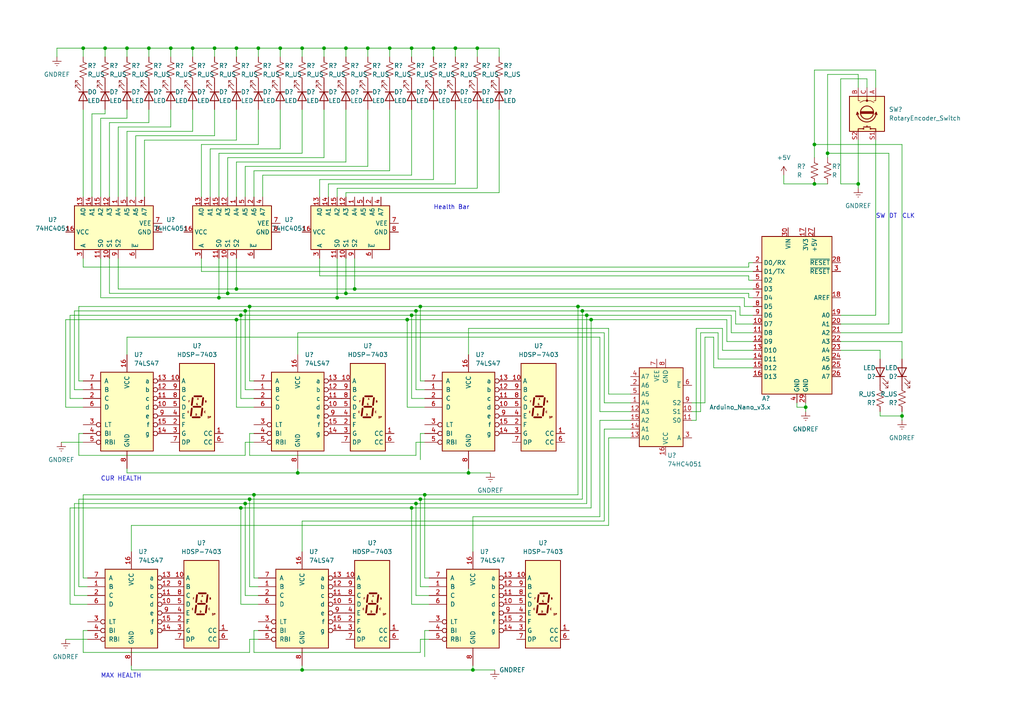
<source format=kicad_sch>
(kicad_sch (version 20211123) (generator eeschema)
  (paper "A4")
  (lib_symbols
    (symbol "74xx:74HC4051"
      (property "Reference" "U" (at -5.08 11.43 0))
      (property "Value" "74HC4051" (at -7.62 -13.97 0))
      (symbol "74HC4051_0_1"
        (rectangle (start -5.08 10.16) (end 7.62 -12.7) (stroke (width 0.254)) (fill (type background)))
      )
      (symbol "74HC4051_1_1"
        (pin passive line (at 10.16 -2.54 180) (length 2.54) (name "A4") (number "1"))
        (pin input line (at -7.62 0 0) (length 2.54) (name "S1") (number "10"))
        (pin input line (at -7.62 2.54 0) (length 2.54) (name "S0") (number "11"))
        (pin passive line (at 10.16 0 180) (length 2.54) (name "A3") (number "12"))
        (pin passive line (at 10.16 7.62 180) (length 2.54) (name "A0") (number "13"))
        (pin passive line (at 10.16 5.08 180) (length 2.54) (name "A1") (number "14"))
        (pin passive line (at 10.16 2.54 180) (length 2.54) (name "A2") (number "15"))
        (pin power_in line (at 0 12.7 270) (length 2.54) (name "VCC") (number "16"))
        (pin passive line (at 10.16 -7.62 180) (length 2.54) (name "A6") (number "2"))
        (pin passive line (at -7.62 7.62 0) (length 2.54) (name "A") (number "3"))
        (pin passive line (at 10.16 -10.16 180) (length 2.54) (name "A7") (number "4"))
        (pin passive line (at 10.16 -5.08 180) (length 2.54) (name "A5") (number "5"))
        (pin input line (at -7.62 -7.62 0) (length 2.54) (name "~{E}") (number "6"))
        (pin power_in line (at 2.54 -15.24 90) (length 2.54) (name "VEE") (number "7"))
        (pin power_in line (at 0 -15.24 90) (length 2.54) (name "GND") (number "8"))
        (pin input line (at -7.62 -2.54 0) (length 2.54) (name "S2") (number "9"))
      )
    )
    (symbol "74xx:74LS47" (pin_names (offset 1.016))
      (property "Reference" "U" (at -7.62 11.43 0))
      (property "Value" "74LS47" (at -7.62 -13.97 0))
      (symbol "74LS47_1_0"
        (pin input line (at -12.7 5.08 0) (length 5.08) (name "B") (number "1"))
        (pin open_collector inverted (at 12.7 0 180) (length 5.08) (name "d") (number "10"))
        (pin open_collector inverted (at 12.7 2.54 180) (length 5.08) (name "c") (number "11"))
        (pin open_collector inverted (at 12.7 5.08 180) (length 5.08) (name "b") (number "12"))
        (pin open_collector inverted (at 12.7 7.62 180) (length 5.08) (name "a") (number "13"))
        (pin open_collector inverted (at 12.7 -7.62 180) (length 5.08) (name "g") (number "14"))
        (pin open_collector inverted (at 12.7 -5.08 180) (length 5.08) (name "f") (number "15"))
        (pin power_in line (at 0 15.24 270) (length 5.08) (name "VCC") (number "16"))
        (pin input line (at -12.7 2.54 0) (length 5.08) (name "C") (number "2"))
        (pin input inverted (at -12.7 -5.08 0) (length 5.08) (name "LT") (number "3"))
        (pin input inverted (at -12.7 -7.62 0) (length 5.08) (name "BI") (number "4"))
        (pin input inverted (at -12.7 -10.16 0) (length 5.08) (name "RBI") (number "5"))
        (pin input line (at -12.7 0 0) (length 5.08) (name "D") (number "6"))
        (pin input line (at -12.7 7.62 0) (length 5.08) (name "A") (number "7"))
        (pin power_in line (at 0 -17.78 90) (length 5.08) (name "GND") (number "8"))
        (pin open_collector inverted (at 12.7 -2.54 180) (length 5.08) (name "e") (number "9"))
      )
      (symbol "74LS47_1_1"
        (rectangle (start -7.62 10.16) (end 7.62 -12.7) (stroke (width 0.254)) (fill (type background)))
      )
    )
    (symbol "Device:LED" (pin_numbers hide) (pin_names (offset 1.016) hide)
      (property "Reference" "D" (at 0 2.54 0))
      (property "Value" "LED" (at 0 -2.54 0))
      (symbol "LED_0_1"
        (polyline (pts (xy -1.27 -1.27) (xy -1.27 1.27)) (stroke (width 0.254)))
        (polyline (pts (xy -1.27 0) (xy 1.27 0)))
        (polyline (pts (xy 1.27 -1.27) (xy 1.27 1.27) (xy -1.27 0) (xy 1.27 -1.27)) (stroke (width 0.254)))
        (polyline (pts (xy -3.048 -0.762) (xy -4.572 -2.286) (xy -3.81 -2.286) (xy -4.572 -2.286) (xy -4.572 -1.524)))
        (polyline (pts (xy -1.778 -0.762) (xy -3.302 -2.286) (xy -2.54 -2.286) (xy -3.302 -2.286) (xy -3.302 -1.524)))
      )
      (symbol "LED_1_1"
        (pin passive line (at -3.81 0 0) (length 2.54) (name "K") (number "1"))
        (pin passive line (at 3.81 0 180) (length 2.54) (name "A") (number "2"))
      )
    )
    (symbol "Device:R_US" (pin_numbers hide) (pin_names (offset 0))
      (property "Reference" "R" (at 2.54 0 90))
      (property "Value" "R_US" (at -2.54 0 90))
      (symbol "R_US_0_1"
        (polyline (pts (xy 0 -2.286) (xy 0 -2.54)))
        (polyline (pts (xy 0 2.286) (xy 0 2.54)))
        (polyline (pts (xy 0 -0.762) (xy 1.016 -1.143) (xy 0 -1.524) (xy -1.016 -1.905) (xy 0 -2.286)))
        (polyline (pts (xy 0 0.762) (xy 1.016 0.381) (xy 0 0) (xy -1.016 -0.381) (xy 0 -0.762)))
        (polyline (pts (xy 0 2.286) (xy 1.016 1.905) (xy 0 1.524) (xy -1.016 1.143) (xy 0 0.762)))
      )
      (symbol "R_US_1_1"
        (pin passive line (at 0 3.81 270) (length 1.27) (name "~") (number "1"))
        (pin passive line (at 0 -3.81 90) (length 1.27) (name "~") (number "2"))
      )
    )
    (symbol "Device:RotaryEncoder_Switch" (pin_names (offset 0.254) hide)
      (property "Reference" "SW" (at 0 6.604 0))
      (property "Value" "RotaryEncoder_Switch" (at 0 -6.604 0))
      (symbol "RotaryEncoder_Switch_0_1"
        (rectangle (start -5.08 5.08) (end 5.08 -5.08) (stroke (width 0.254)) (fill (type background)))
        (circle (center -3.81 0) (radius 0.254) (fill (type outline)))
        (arc (start -0.381 -2.794) (mid 2.3622 -0.0508) (end -0.381 2.667) (stroke (width 0.254)))
        (circle (center -0.381 0) (radius 1.905) (stroke (width 0.254)))
        (polyline (pts (xy -0.635 -1.778) (xy -0.635 1.778)) (stroke (width 0.254)))
        (polyline (pts (xy -0.381 -1.778) (xy -0.381 1.778)) (stroke (width 0.254)))
        (polyline (pts (xy -0.127 1.778) (xy -0.127 -1.778)) (stroke (width 0.254)))
        (polyline (pts (xy 3.81 0) (xy 3.429 0)) (stroke (width 0.254)))
        (polyline (pts (xy 3.81 1.016) (xy 3.81 -1.016)) (stroke (width 0.254)))
        (polyline (pts (xy -5.08 -2.54) (xy -3.81 -2.54) (xy -3.81 -2.032)))
        (polyline (pts (xy -5.08 2.54) (xy -3.81 2.54) (xy -3.81 2.032)))
        (polyline (pts (xy 0.254 -3.048) (xy -0.508 -2.794) (xy 0.127 -2.413)) (stroke (width 0.254)))
        (polyline (pts (xy 0.254 2.921) (xy -0.508 2.667) (xy 0.127 2.286)) (stroke (width 0.254)))
        (polyline (pts (xy 5.08 -2.54) (xy 4.318 -2.54) (xy 4.318 -1.016)) (stroke (width 0.254)))
        (polyline (pts (xy 5.08 2.54) (xy 4.318 2.54) (xy 4.318 1.016)) (stroke (width 0.254)))
        (polyline (pts (xy -5.08 0) (xy -3.81 0) (xy -3.81 -1.016) (xy -3.302 -2.032)))
        (polyline (pts (xy -4.318 0) (xy -3.81 0) (xy -3.81 1.016) (xy -3.302 2.032)))
        (circle (center 4.318 -1.016) (radius 0.127) (stroke (width 0.254)))
        (circle (center 4.318 1.016) (radius 0.127) (stroke (width 0.254)))
      )
      (symbol "RotaryEncoder_Switch_1_1"
        (pin passive line (at -7.62 2.54 0) (length 2.54) (name "A") (number "A"))
        (pin passive line (at -7.62 -2.54 0) (length 2.54) (name "B") (number "B"))
        (pin passive line (at -7.62 0 0) (length 2.54) (name "C") (number "C"))
        (pin passive line (at 7.62 2.54 180) (length 2.54) (name "S1") (number "S1"))
        (pin passive line (at 7.62 -2.54 180) (length 2.54) (name "S2") (number "S2"))
      )
    )
    (symbol "Display_Character:HDSP-7403"
      (property "Reference" "U" (at -3.81 13.97 0))
      (property "Value" "HDSP-7403" (at 6.35 13.97 0))
      (symbol "HDSP-7403_1_0"
        (text "A" (at 0.254 2.413 0) (effects (font (size 0.508 0.508))))
        (text "B" (at 2.54 1.651 0) (effects (font (size 0.508 0.508))))
        (text "C" (at 2.286 -1.397 0) (effects (font (size 0.508 0.508))))
        (text "D" (at -0.254 -2.159 0) (effects (font (size 0.508 0.508))))
        (text "DP" (at 3.556 -2.921 0) (effects (font (size 0.508 0.508))))
        (text "E" (at -2.54 -1.397 0) (effects (font (size 0.508 0.508))))
        (text "F" (at -2.286 1.651 0) (effects (font (size 0.508 0.508))))
        (text "G" (at 0 0.889 0) (effects (font (size 0.508 0.508))))
      )
      (symbol "HDSP-7403_1_1"
        (rectangle (start -5.08 12.7) (end 5.08 -12.7) (stroke (width 0.254)) (fill (type background)))
        (polyline (pts (xy -1.524 -0.381) (xy -1.778 -2.413)) (stroke (width 0.508)))
        (polyline (pts (xy -1.27 -2.921) (xy 0.762 -2.921)) (stroke (width 0.508)))
        (polyline (pts (xy -1.27 2.667) (xy -1.524 0.635)) (stroke (width 0.508)))
        (polyline (pts (xy -1.016 0.127) (xy 1.016 0.127)) (stroke (width 0.508)))
        (polyline (pts (xy -0.762 3.175) (xy 1.27 3.175)) (stroke (width 0.508)))
        (polyline (pts (xy 1.524 -0.381) (xy 1.27 -2.413)) (stroke (width 0.508)))
        (polyline (pts (xy 1.778 2.667) (xy 1.524 0.635)) (stroke (width 0.508)))
        (polyline (pts (xy 2.54 -2.921) (xy 2.54 -2.921)) (stroke (width 0.508)))
        (pin input line (at 7.62 -7.62 180) (length 2.54) (name "CC") (number "1"))
        (pin input line (at -7.62 7.62 0) (length 2.54) (name "A") (number "10"))
        (pin input line (at -7.62 -5.08 0) (length 2.54) (name "F") (number "2"))
        (pin input line (at -7.62 -7.62 0) (length 2.54) (name "G") (number "3"))
        (pin input line (at -7.62 -2.54 0) (length 2.54) (name "E") (number "4"))
        (pin input line (at -7.62 0 0) (length 2.54) (name "D") (number "5"))
        (pin input line (at 7.62 -10.16 180) (length 2.54) (name "CC") (number "6"))
        (pin input line (at -7.62 -10.16 0) (length 2.54) (name "DP") (number "7"))
        (pin input line (at -7.62 2.54 0) (length 2.54) (name "C") (number "8"))
        (pin input line (at -7.62 5.08 0) (length 2.54) (name "B") (number "9"))
      )
    )
    (symbol "MCU_Module:Arduino_Nano_v3.x"
      (property "Reference" "A" (at -10.16 23.495 0))
      (property "Value" "Arduino_Nano_v3.x" (at 5.08 -24.13 0))
      (symbol "Arduino_Nano_v3.x_0_1"
        (rectangle (start -10.16 22.86) (end 10.16 -22.86) (stroke (width 0.254)) (fill (type background)))
      )
      (symbol "Arduino_Nano_v3.x_1_1"
        (pin bidirectional line (at -12.7 12.7 0) (length 2.54) (name "D1/TX") (number "1"))
        (pin bidirectional line (at -12.7 -2.54 0) (length 2.54) (name "D7") (number "10"))
        (pin bidirectional line (at -12.7 -5.08 0) (length 2.54) (name "D8") (number "11"))
        (pin bidirectional line (at -12.7 -7.62 0) (length 2.54) (name "D9") (number "12"))
        (pin bidirectional line (at -12.7 -10.16 0) (length 2.54) (name "D10") (number "13"))
        (pin bidirectional line (at -12.7 -12.7 0) (length 2.54) (name "D11") (number "14"))
        (pin bidirectional line (at -12.7 -15.24 0) (length 2.54) (name "D12") (number "15"))
        (pin bidirectional line (at -12.7 -17.78 0) (length 2.54) (name "D13") (number "16"))
        (pin power_out line (at 2.54 25.4 270) (length 2.54) (name "3V3") (number "17"))
        (pin input line (at 12.7 5.08 180) (length 2.54) (name "AREF") (number "18"))
        (pin bidirectional line (at 12.7 0 180) (length 2.54) (name "A0") (number "19"))
        (pin bidirectional line (at -12.7 15.24 0) (length 2.54) (name "D0/RX") (number "2"))
        (pin bidirectional line (at 12.7 -2.54 180) (length 2.54) (name "A1") (number "20"))
        (pin bidirectional line (at 12.7 -5.08 180) (length 2.54) (name "A2") (number "21"))
        (pin bidirectional line (at 12.7 -7.62 180) (length 2.54) (name "A3") (number "22"))
        (pin bidirectional line (at 12.7 -10.16 180) (length 2.54) (name "A4") (number "23"))
        (pin bidirectional line (at 12.7 -12.7 180) (length 2.54) (name "A5") (number "24"))
        (pin bidirectional line (at 12.7 -15.24 180) (length 2.54) (name "A6") (number "25"))
        (pin bidirectional line (at 12.7 -17.78 180) (length 2.54) (name "A7") (number "26"))
        (pin power_out line (at 5.08 25.4 270) (length 2.54) (name "+5V") (number "27"))
        (pin input line (at 12.7 15.24 180) (length 2.54) (name "~{RESET}") (number "28"))
        (pin power_in line (at 2.54 -25.4 90) (length 2.54) (name "GND") (number "29"))
        (pin input line (at 12.7 12.7 180) (length 2.54) (name "~{RESET}") (number "3"))
        (pin power_in line (at -2.54 25.4 270) (length 2.54) (name "VIN") (number "30"))
        (pin power_in line (at 0 -25.4 90) (length 2.54) (name "GND") (number "4"))
        (pin bidirectional line (at -12.7 10.16 0) (length 2.54) (name "D2") (number "5"))
        (pin bidirectional line (at -12.7 7.62 0) (length 2.54) (name "D3") (number "6"))
        (pin bidirectional line (at -12.7 5.08 0) (length 2.54) (name "D4") (number "7"))
        (pin bidirectional line (at -12.7 2.54 0) (length 2.54) (name "D5") (number "8"))
        (pin bidirectional line (at -12.7 0 0) (length 2.54) (name "D6") (number "9"))
      )
    )
    (symbol "power:+5V" (power) (pin_names (offset 0))
      (property "Value" "+5V" (at 0 3.556 0))
      (symbol "+5V_0_1"
        (polyline (pts (xy -0.762 1.27) (xy 0 2.54)))
        (polyline (pts (xy 0 0) (xy 0 2.54)))
        (polyline (pts (xy 0 2.54) (xy 0.762 1.27)))
      )
      (symbol "+5V_1_1"
        (pin power_in line (at 0 0 90) (length 0) hide (name "+5V") (number "1"))
      )
    )
    (symbol "power:GNDREF" (power) (pin_names (offset 0))
      (property "Value" "GNDREF" (at 0 -3.81 0))
      (symbol "GNDREF_0_1"
        (polyline (pts (xy -0.635 -1.905) (xy 0.635 -1.905)))
        (polyline (pts (xy -0.127 -2.54) (xy 0.127 -2.54)))
        (polyline (pts (xy 0 -1.27) (xy 0 0)))
        (polyline (pts (xy 1.27 -1.27) (xy -1.27 -1.27)))
      )
      (symbol "GNDREF_1_1"
        (pin power_in line (at 0 0 270) (length 0) hide (name "GNDREF") (number "1"))
      )
    )
  )
  (junction (at 68.58 13.97))
  (junction (at 66.04 85.09))
  (junction (at 69.85 147.32))
  (junction (at 135.89 137.16))
  (junction (at 102.87 83.82))
  (junction (at 100.33 13.97))
  (junction (at 30.48 13.97))
  (junction (at 167.64 88.9))
  (junction (at 132.08 13.97))
  (junction (at 63.5 86.36))
  (junction (at 93.98 13.97))
  (junction (at 36.83 13.97))
  (junction (at 168.91 90.17))
  (junction (at 72.39 88.9))
  (junction (at 68.58 83.82))
  (junction (at 236.22 41.91))
  (junction (at 120.65 146.05))
  (junction (at 71.12 146.05))
  (junction (at 72.39 144.78))
  (junction (at 137.16 194.31))
  (junction (at 97.79 86.36))
  (junction (at 86.36 137.16))
  (junction (at 236.22 53.34))
  (junction (at 55.88 13.97))
  (junction (at 49.53 13.97))
  (junction (at 81.28 13.97))
  (junction (at 120.65 90.17))
  (junction (at 121.92 144.78))
  (junction (at 24.13 13.97))
  (junction (at 74.93 13.97))
  (junction (at 71.12 90.17))
  (junction (at 43.18 13.97))
  (junction (at 125.73 13.97))
  (junction (at 119.38 13.97))
  (junction (at 170.18 91.44))
  (junction (at 240.03 44.45))
  (junction (at 248.92 53.34))
  (junction (at 73.66 143.51))
  (junction (at 113.03 13.97))
  (junction (at 87.63 194.31))
  (junction (at 261.62 120.65))
  (junction (at 69.85 91.44))
  (junction (at 119.38 147.32))
  (junction (at 100.33 85.09))
  (junction (at 123.19 143.51))
  (junction (at 87.63 13.97))
  (junction (at 119.38 91.44))
  (junction (at 138.43 13.97))
  (junction (at 118.11 92.71))
  (junction (at 233.68 118.11))
  (junction (at 68.58 92.71))
  (junction (at 171.45 92.71))
  (junction (at 121.92 88.9))
  (junction (at 106.68 13.97))
  (junction (at 62.23 13.97))
  (wire (pts (xy 201.93 95.25) (xy 209.55 95.25)))
  (wire (pts (xy 121.92 144.78) (xy 168.91 144.78)))
  (wire (pts (xy 236.22 20.32) (xy 236.22 41.91)))
  (wire (pts (xy 176.53 114.3) (xy 182.88 114.3)))
  (wire (pts (xy 227.33 50.8) (xy 227.33 53.34)))
  (wire (pts (xy 231.14 116.84) (xy 231.14 118.11)))
  (wire (pts (xy 213.36 93.98) (xy 218.44 93.98)))
  (wire (pts (xy 243.84 22.86) (xy 243.84 53.34)))
  (wire (pts (xy 24.13 13.97) (xy 16.51 13.97)))
  (wire (pts (xy 71.12 172.72) (xy 74.93 172.72)))
  (wire (pts (xy 200.66 116.84) (xy 204.47 116.84)))
  (wire (pts (xy 121.92 88.9) (xy 121.92 110.49)))
  (wire (pts (xy 71.12 113.03) (xy 73.66 113.03)))
  (wire (pts (xy 69.85 147.32) (xy 69.85 175.26)))
  (wire (pts (xy 30.48 31.75) (xy 30.48 33.02)))
  (wire (pts (xy 68.58 83.82) (xy 102.87 83.82)))
  (wire (pts (xy 118.11 92.71) (xy 118.11 118.11)))
  (wire (pts (xy 200.66 119.38) (xy 203.2 119.38)))
  (wire (pts (xy 209.55 101.6) (xy 218.44 101.6)))
  (wire (pts (xy 207.01 97.79) (xy 207.01 106.68)))
  (wire (pts (xy 173.99 121.92) (xy 182.88 121.92)))
  (wire (pts (xy 16.51 13.97) (xy 16.51 16.51)))
  (wire (pts (xy 24.13 13.97) (xy 30.48 13.97)))
  (wire (pts (xy 231.14 118.11) (xy 233.68 118.11)))
  (wire (pts (xy 34.29 83.82) (xy 68.58 83.82)))
  (wire (pts (xy 38.1 193.04) (xy 38.1 194.31)))
  (wire (pts (xy 118.11 92.71) (xy 171.45 92.71)))
  (wire (pts (xy 100.33 85.09) (xy 217.17 85.09)))
  (wire (pts (xy 20.32 175.26) (xy 25.4 175.26)))
  (wire (pts (xy 135.89 137.16) (xy 142.24 137.16)))
  (wire (pts (xy 119.38 50.8) (xy 119.38 31.75)))
  (wire (pts (xy 121.92 189.23) (xy 121.92 185.42)))
  (wire (pts (xy 214.63 91.44) (xy 218.44 91.44)))
  (wire (pts (xy 24.13 143.51) (xy 24.13 167.64)))
  (wire (pts (xy 86.36 96.52) (xy 86.36 102.87)))
  (wire (pts (xy 73.66 143.51) (xy 73.66 167.64)))
  (wire (pts (xy 217.17 80.01) (xy 217.17 81.28)))
  (wire (pts (xy 208.28 96.52) (xy 208.28 104.14)))
  (wire (pts (xy 137.16 149.86) (xy 137.16 160.02)))
  (wire (pts (xy 22.86 144.78) (xy 22.86 170.18)))
  (wire (pts (xy 73.66 182.88) (xy 73.66 189.23)))
  (wire (pts (xy 87.63 13.97) (xy 87.63 16.51)))
  (wire (pts (xy 255.27 119.38) (xy 255.27 120.65)))
  (wire (pts (xy 24.13 143.51) (xy 73.66 143.51)))
  (wire (pts (xy 100.33 13.97) (xy 106.68 13.97)))
  (wire (pts (xy 22.86 88.9) (xy 22.86 110.49)))
  (wire (pts (xy 248.92 25.4) (xy 248.92 21.59)))
  (wire (pts (xy 137.16 194.31) (xy 143.51 194.31)))
  (wire (pts (xy 68.58 118.11) (xy 73.66 118.11)))
  (wire (pts (xy 21.59 146.05) (xy 21.59 172.72)))
  (wire (pts (xy 121.92 88.9) (xy 167.64 88.9)))
  (wire (pts (xy 74.93 13.97) (xy 81.28 13.97)))
  (wire (pts (xy 138.43 13.97) (xy 144.78 13.97)))
  (wire (pts (xy 22.86 88.9) (xy 72.39 88.9)))
  (wire (pts (xy 121.92 170.18) (xy 124.46 170.18)))
  (wire (pts (xy 71.12 90.17) (xy 120.65 90.17)))
  (wire (pts (xy 121.92 144.78) (xy 121.92 170.18)))
  (wire (pts (xy 217.17 81.28) (xy 218.44 81.28)))
  (wire (pts (xy 38.1 152.4) (xy 38.1 160.02)))
  (wire (pts (xy 248.92 54.61) (xy 248.92 53.34)))
  (wire (pts (xy 72.39 125.73) (xy 72.39 132.08)))
  (wire (pts (xy 254 40.64) (xy 254 91.44)))
  (wire (pts (xy 217.17 85.09) (xy 217.17 86.36)))
  (wire (pts (xy 176.53 95.25) (xy 176.53 114.3)))
  (wire (pts (xy 66.04 85.09) (xy 100.33 85.09)))
  (wire (pts (xy 113.03 13.97) (xy 113.03 16.51)))
  (wire (pts (xy 204.47 97.79) (xy 207.01 97.79)))
  (wire (pts (xy 26.67 33.02) (xy 26.67 57.15)))
  (wire (pts (xy 137.16 149.86) (xy 173.99 149.86)))
  (wire (pts (xy 36.83 38.1) (xy 55.88 38.1)))
  (wire (pts (xy 36.83 135.89) (xy 36.83 137.16)))
  (wire (pts (xy 24.13 182.88) (xy 24.13 189.23)))
  (wire (pts (xy 74.93 182.88) (xy 73.66 182.88)))
  (wire (pts (xy 73.66 143.51) (xy 123.19 143.51)))
  (wire (pts (xy 20.32 115.57) (xy 24.13 115.57)))
  (wire (pts (xy 63.5 57.15) (xy 63.5 44.45)))
  (wire (pts (xy 119.38 91.44) (xy 119.38 115.57)))
  (wire (pts (xy 86.36 137.16) (xy 86.36 135.89)))
  (wire (pts (xy 167.64 88.9) (xy 167.64 143.51)))
  (wire (pts (xy 227.33 53.34) (xy 236.22 53.34)))
  (wire (pts (xy 132.08 53.34) (xy 132.08 31.75)))
  (wire (pts (xy 124.46 182.88) (xy 123.19 182.88)))
  (wire (pts (xy 21.59 90.17) (xy 71.12 90.17)))
  (wire (pts (xy 69.85 115.57) (xy 73.66 115.57)))
  (wire (pts (xy 217.17 76.2) (xy 218.44 76.2)))
  (wire (pts (xy 62.23 13.97) (xy 62.23 16.51)))
  (wire (pts (xy 49.53 13.97) (xy 55.88 13.97)))
  (wire (pts (xy 119.38 13.97) (xy 125.73 13.97)))
  (wire (pts (xy 20.32 91.44) (xy 69.85 91.44)))
  (wire (pts (xy 87.63 194.31) (xy 137.16 194.31)))
  (wire (pts (xy 68.58 92.71) (xy 68.58 118.11)))
  (wire (pts (xy 19.05 92.71) (xy 19.05 118.11)))
  (wire (pts (xy 24.13 189.23) (xy 72.39 189.23)))
  (wire (pts (xy 255.27 104.14) (xy 255.27 101.6)))
  (wire (pts (xy 36.83 97.79) (xy 36.83 102.87)))
  (wire (pts (xy 144.78 55.88) (xy 144.78 31.75)))
  (wire (pts (xy 36.83 34.29) (xy 36.83 31.75)))
  (wire (pts (xy 233.68 118.11) (xy 233.68 116.84)))
  (wire (pts (xy 74.93 13.97) (xy 74.93 16.51)))
  (wire (pts (xy 55.88 13.97) (xy 62.23 13.97)))
  (wire (pts (xy 203.2 119.38) (xy 203.2 96.52)))
  (wire (pts (xy 120.65 132.08) (xy 120.65 128.27)))
  (wire (pts (xy 251.46 25.4) (xy 251.46 22.86)))
  (wire (pts (xy 203.2 96.52) (xy 208.28 96.52)))
  (wire (pts (xy 209.55 95.25) (xy 209.55 101.6)))
  (wire (pts (xy 92.71 74.93) (xy 92.71 80.01)))
  (wire (pts (xy 125.73 13.97) (xy 132.08 13.97)))
  (wire (pts (xy 20.32 147.32) (xy 20.32 175.26)))
  (wire (pts (xy 31.75 35.56) (xy 43.18 35.56)))
  (wire (pts (xy 60.96 43.18) (xy 81.28 43.18)))
  (wire (pts (xy 71.12 128.27) (xy 73.66 128.27)))
  (wire (pts (xy 69.85 147.32) (xy 119.38 147.32)))
  (wire (pts (xy 34.29 36.83) (xy 49.53 36.83)))
  (wire (pts (xy 248.92 40.64) (xy 248.92 53.34)))
  (wire (pts (xy 87.63 194.31) (xy 87.63 193.04)))
  (wire (pts (xy 22.86 170.18) (xy 25.4 170.18)))
  (wire (pts (xy 102.87 83.82) (xy 218.44 83.82)))
  (wire (pts (xy 236.22 53.34) (xy 240.03 53.34)))
  (wire (pts (xy 71.12 90.17) (xy 71.12 113.03)))
  (wire (pts (xy 121.92 185.42) (xy 124.46 185.42)))
  (wire (pts (xy 63.5 86.36) (xy 97.79 86.36)))
  (wire (pts (xy 93.98 45.72) (xy 93.98 31.75)))
  (wire (pts (xy 123.19 125.73) (xy 121.92 125.73)))
  (wire (pts (xy 170.18 91.44) (xy 212.09 91.44)))
  (wire (pts (xy 69.85 175.26) (xy 74.93 175.26)))
  (wire (pts (xy 66.04 74.93) (xy 66.04 85.09)))
  (wire (pts (xy 119.38 13.97) (xy 119.38 16.51)))
  (wire (pts (xy 71.12 48.26) (xy 106.68 48.26)))
  (wire (pts (xy 144.78 13.97) (xy 144.78 16.51)))
  (wire (pts (xy 113.03 49.53) (xy 113.03 31.75)))
  (wire (pts (xy 41.91 40.64) (xy 68.58 40.64)))
  (wire (pts (xy 62.23 13.97) (xy 68.58 13.97)))
  (wire (pts (xy 86.36 137.16) (xy 135.89 137.16)))
  (wire (pts (xy 71.12 146.05) (xy 71.12 172.72)))
  (wire (pts (xy 173.99 149.86) (xy 173.99 121.92)))
  (wire (pts (xy 176.53 152.4) (xy 176.53 127)))
  (wire (pts (xy 72.39 189.23) (xy 72.39 185.42)))
  (wire (pts (xy 135.89 95.25) (xy 176.53 95.25)))
  (wire (pts (xy 86.36 96.52) (xy 175.26 96.52)))
  (wire (pts (xy 21.59 146.05) (xy 71.12 146.05)))
  (wire (pts (xy 63.5 44.45) (xy 87.63 44.45)))
  (wire (pts (xy 41.91 57.15) (xy 41.91 40.64)))
  (wire (pts (xy 22.86 125.73) (xy 22.86 132.08)))
  (wire (pts (xy 120.65 113.03) (xy 123.19 113.03)))
  (wire (pts (xy 39.37 39.37) (xy 62.23 39.37)))
  (wire (pts (xy 29.21 57.15) (xy 29.21 34.29)))
  (wire (pts (xy 68.58 40.64) (xy 68.58 31.75)))
  (wire (pts (xy 168.91 144.78) (xy 168.91 90.17)))
  (wire (pts (xy 217.17 86.36) (xy 218.44 86.36)))
  (wire (pts (xy 22.86 144.78) (xy 72.39 144.78)))
  (wire (pts (xy 201.93 121.92) (xy 201.93 95.25)))
  (wire (pts (xy 73.66 189.23) (xy 121.92 189.23)))
  (wire (pts (xy 138.43 13.97) (xy 138.43 16.51)))
  (wire (pts (xy 243.84 96.52) (xy 261.62 96.52)))
  (wire (pts (xy 95.25 53.34) (xy 132.08 53.34)))
  (wire (pts (xy 173.99 119.38) (xy 182.88 119.38)))
  (wire (pts (xy 214.63 88.9) (xy 214.63 91.44)))
  (wire (pts (xy 81.28 43.18) (xy 81.28 31.75)))
  (wire (pts (xy 24.13 74.93) (xy 24.13 77.47)))
  (wire (pts (xy 120.65 90.17) (xy 120.65 113.03)))
  (wire (pts (xy 215.9 88.9) (xy 218.44 88.9)))
  (wire (pts (xy 19.05 185.42) (xy 25.4 185.42)))
  (wire (pts (xy 58.42 74.93) (xy 58.42 78.74)))
  (wire (pts (xy 68.58 46.99) (xy 100.33 46.99)))
  (wire (pts (xy 81.28 13.97) (xy 87.63 13.97)))
  (wire (pts (xy 68.58 92.71) (xy 118.11 92.71)))
  (wire (pts (xy 243.84 93.98) (xy 257.81 93.98)))
  (wire (pts (xy 119.38 147.32) (xy 119.38 175.26)))
  (wire (pts (xy 251.46 22.86) (xy 243.84 22.86)))
  (wire (pts (xy 21.59 172.72) (xy 25.4 172.72)))
  (wire (pts (xy 102.87 74.93) (xy 102.87 83.82)))
  (wire (pts (xy 31.75 74.93) (xy 31.75 85.09)))
  (wire (pts (xy 36.83 57.15) (xy 36.83 38.1)))
  (wire (pts (xy 49.53 36.83) (xy 49.53 31.75)))
  (wire (pts (xy 175.26 151.13) (xy 175.26 124.46)))
  (wire (pts (xy 138.43 54.61) (xy 138.43 31.75)))
  (wire (pts (xy 34.29 57.15) (xy 34.29 36.83)))
  (wire (pts (xy 121.92 110.49) (xy 123.19 110.49)))
  (wire (pts (xy 71.12 132.08) (xy 71.12 128.27)))
  (wire (pts (xy 261.62 41.91) (xy 261.62 96.52)))
  (wire (pts (xy 208.28 104.14) (xy 218.44 104.14)))
  (wire (pts (xy 71.12 57.15) (xy 71.12 48.26)))
  (wire (pts (xy 212.09 91.44) (xy 212.09 96.52)))
  (wire (pts (xy 43.18 13.97) (xy 49.53 13.97)))
  (wire (pts (xy 119.38 91.44) (xy 170.18 91.44)))
  (wire (pts (xy 97.79 86.36) (xy 215.9 86.36)))
  (wire (pts (xy 29.21 86.36) (xy 63.5 86.36)))
  (wire (pts (xy 200.66 121.92) (xy 201.93 121.92)))
  (wire (pts (xy 43.18 35.56) (xy 43.18 31.75)))
  (wire (pts (xy 92.71 80.01) (xy 217.17 80.01)))
  (wire (pts (xy 120.65 90.17) (xy 168.91 90.17)))
  (wire (pts (xy 81.28 13.97) (xy 81.28 16.51)))
  (wire (pts (xy 168.91 90.17) (xy 213.36 90.17)))
  (wire (pts (xy 240.03 44.45) (xy 257.81 44.45)))
  (wire (pts (xy 132.08 13.97) (xy 132.08 16.51)))
  (wire (pts (xy 121.92 125.73) (xy 121.92 133.35)))
  (wire (pts (xy 167.64 88.9) (xy 214.63 88.9)))
  (wire (pts (xy 73.66 167.64) (xy 74.93 167.64)))
  (wire (pts (xy 254 20.32) (xy 236.22 20.32)))
  (wire (pts (xy 125.73 52.07) (xy 125.73 31.75)))
  (wire (pts (xy 100.33 46.99) (xy 100.33 31.75)))
  (wire (pts (xy 68.58 13.97) (xy 74.93 13.97)))
  (wire (pts (xy 92.71 57.15) (xy 92.71 52.07)))
  (wire (pts (xy 21.59 90.17) (xy 21.59 113.03)))
  (wire (pts (xy 119.38 115.57) (xy 123.19 115.57)))
  (wire (pts (xy 24.13 125.73) (xy 22.86 125.73)))
  (wire (pts (xy 71.12 146.05) (xy 120.65 146.05)))
  (wire (pts (xy 72.39 110.49) (xy 73.66 110.49)))
  (wire (pts (xy 36.83 13.97) (xy 36.83 16.51)))
  (wire (pts (xy 68.58 13.97) (xy 68.58 16.51)))
  (wire (pts (xy 171.45 147.32) (xy 171.45 92.71)))
  (wire (pts (xy 261.62 120.65) (xy 261.62 121.92)))
  (wire (pts (xy 106.68 48.26) (xy 106.68 31.75)))
  (wire (pts (xy 87.63 44.45) (xy 87.63 31.75)))
  (wire (pts (xy 36.83 97.79) (xy 173.99 97.79)))
  (wire (pts (xy 97.79 54.61) (xy 138.43 54.61)))
  (wire (pts (xy 58.42 41.91) (xy 74.93 41.91)))
  (wire (pts (xy 137.16 194.31) (xy 137.16 193.04)))
  (wire (pts (xy 248.92 53.34) (xy 243.84 53.34)))
  (wire (pts (xy 217.17 77.47) (xy 217.17 76.2)))
  (wire (pts (xy 118.11 118.11) (xy 123.19 118.11)))
  (wire (pts (xy 22.86 110.49) (xy 24.13 110.49)))
  (wire (pts (xy 39.37 57.15) (xy 39.37 39.37)))
  (wire (pts (xy 72.39 132.08) (xy 120.65 132.08)))
  (wire (pts (xy 171.45 92.71) (xy 210.82 92.71)))
  (wire (pts (xy 30.48 13.97) (xy 30.48 16.51)))
  (wire (pts (xy 175.26 116.84) (xy 182.88 116.84)))
  (wire (pts (xy 125.73 13.97) (xy 125.73 16.51)))
  (wire (pts (xy 58.42 57.15) (xy 58.42 41.91)))
  (wire (pts (xy 93.98 13.97) (xy 100.33 13.97)))
  (wire (pts (xy 236.22 41.91) (xy 261.62 41.91)))
  (wire (pts (xy 248.92 21.59) (xy 240.03 21.59)))
  (wire (pts (xy 76.2 57.15) (xy 76.2 50.8)))
  (wire (pts (xy 255.27 120.65) (xy 261.62 120.65)))
  (wire (pts (xy 29.21 74.93) (xy 29.21 86.36)))
  (wire (pts (xy 31.75 57.15) (xy 31.75 35.56)))
  (wire (pts (xy 120.65 146.05) (xy 170.18 146.05)))
  (wire (pts (xy 212.09 96.52) (xy 218.44 96.52)))
  (wire (pts (xy 240.03 44.45) (xy 240.03 45.72)))
  (wire (pts (xy 95.25 57.15) (xy 95.25 53.34)))
  (wire (pts (xy 120.65 128.27) (xy 123.19 128.27)))
  (wire (pts (xy 72.39 144.78) (xy 72.39 170.18)))
  (wire (pts (xy 204.47 116.84) (xy 204.47 97.79)))
  (wire (pts (xy 68.58 57.15) (xy 68.58 46.99)))
  (wire (pts (xy 72.39 144.78) (xy 121.92 144.78)))
  (wire (pts (xy 76.2 50.8) (xy 119.38 50.8)))
  (wire (pts (xy 87.63 151.13) (xy 87.63 160.02)))
  (wire (pts (xy 236.22 41.91) (xy 236.22 45.72)))
  (wire (pts (xy 100.33 55.88) (xy 144.78 55.88)))
  (wire (pts (xy 36.83 137.16) (xy 86.36 137.16)))
  (wire (pts (xy 72.39 88.9) (xy 121.92 88.9)))
  (wire (pts (xy 87.63 13.97) (xy 93.98 13.97)))
  (wire (pts (xy 261.62 99.06) (xy 261.62 104.14)))
  (wire (pts (xy 38.1 152.4) (xy 176.53 152.4)))
  (wire (pts (xy 243.84 99.06) (xy 261.62 99.06)))
  (wire (pts (xy 106.68 13.97) (xy 106.68 16.51)))
  (wire (pts (xy 20.32 91.44) (xy 20.32 115.57)))
  (wire (pts (xy 210.82 92.71) (xy 210.82 99.06)))
  (wire (pts (xy 29.21 34.29) (xy 36.83 34.29)))
  (wire (pts (xy 21.59 113.03) (xy 24.13 113.03)))
  (wire (pts (xy 233.68 118.11) (xy 233.68 119.38)))
  (wire (pts (xy 22.86 132.08) (xy 71.12 132.08)))
  (wire (pts (xy 25.4 182.88) (xy 24.13 182.88)))
  (wire (pts (xy 74.93 41.91) (xy 74.93 31.75)))
  (wire (pts (xy 135.89 137.16) (xy 135.89 135.89)))
  (wire (pts (xy 254 25.4) (xy 254 20.32)))
  (wire (pts (xy 243.84 101.6) (xy 255.27 101.6)))
  (wire (pts (xy 36.83 13.97) (xy 43.18 13.97)))
  (wire (pts (xy 55.88 13.97) (xy 55.88 16.51)))
  (wire (pts (xy 132.08 13.97) (xy 138.43 13.97)))
  (wire (pts (xy 120.65 172.72) (xy 124.46 172.72)))
  (wire (pts (xy 73.66 125.73) (xy 72.39 125.73)))
  (wire (pts (xy 34.29 74.93) (xy 34.29 83.82)))
  (wire (pts (xy 210.82 99.06) (xy 218.44 99.06)))
  (wire (pts (xy 49.53 13.97) (xy 49.53 16.51)))
  (wire (pts (xy 97.79 74.93) (xy 97.79 86.36)))
  (wire (pts (xy 69.85 91.44) (xy 119.38 91.44)))
  (wire (pts (xy 72.39 170.18) (xy 74.93 170.18)))
  (wire (pts (xy 38.1 194.31) (xy 87.63 194.31)))
  (wire (pts (xy 93.98 13.97) (xy 93.98 16.51)))
  (wire (pts (xy 261.62 119.38) (xy 261.62 120.65)))
  (wire (pts (xy 123.19 143.51) (xy 123.19 167.64)))
  (wire (pts (xy 68.58 74.93) (xy 68.58 83.82)))
  (wire (pts (xy 72.39 88.9) (xy 72.39 110.49)))
  (wire (pts (xy 73.66 57.15) (xy 73.66 49.53)))
  (wire (pts (xy 123.19 167.64) (xy 124.46 167.64)))
  (wire (pts (xy 73.66 49.53) (xy 113.03 49.53)))
  (wire (pts (xy 175.26 124.46) (xy 182.88 124.46)))
  (wire (pts (xy 173.99 97.79) (xy 173.99 119.38)))
  (wire (pts (xy 119.38 147.32) (xy 171.45 147.32)))
  (wire (pts (xy 58.42 78.74) (xy 218.44 78.74)))
  (wire (pts (xy 17.78 128.27) (xy 24.13 128.27)))
  (wire (pts (xy 24.13 167.64) (xy 25.4 167.64)))
  (wire (pts (xy 215.9 86.36) (xy 215.9 88.9)))
  (wire (pts (xy 19.05 118.11) (xy 24.13 118.11)))
  (wire (pts (xy 97.79 57.15) (xy 97.79 54.61)))
  (wire (pts (xy 213.36 90.17) (xy 213.36 93.98)))
  (wire (pts (xy 170.18 146.05) (xy 170.18 91.44)))
  (wire (pts (xy 24.13 77.47) (xy 217.17 77.47)))
  (wire (pts (xy 240.03 21.59) (xy 240.03 44.45)))
  (wire (pts (xy 100.33 57.15) (xy 100.33 55.88)))
  (wire (pts (xy 207.01 106.68) (xy 218.44 106.68)))
  (wire (pts (xy 100.33 74.93) (xy 100.33 85.09)))
  (wire (pts (xy 100.33 13.97) (xy 100.33 16.51)))
  (wire (pts (xy 66.04 57.15) (xy 66.04 45.72)))
  (wire (pts (xy 24.13 16.51) (xy 24.13 13.97)))
  (wire (pts (xy 176.53 127) (xy 182.88 127)))
  (wire (pts (xy 106.68 13.97) (xy 113.03 13.97)))
  (wire (pts (xy 60.96 57.15) (xy 60.96 43.18)))
  (wire (pts (xy 113.03 13.97) (xy 119.38 13.97)))
  (wire (pts (xy 43.18 13.97) (xy 43.18 16.51)))
  (wire (pts (xy 24.13 31.75) (xy 24.13 57.15)))
  (wire (pts (xy 20.32 147.32) (xy 69.85 147.32)))
  (wire (pts (xy 19.05 92.71) (xy 68.58 92.71)))
  (wire (pts (xy 135.89 95.25) (xy 135.89 102.87)))
  (wire (pts (xy 31.75 85.09) (xy 66.04 85.09)))
  (wire (pts (xy 69.85 91.44) (xy 69.85 115.57)))
  (wire (pts (xy 30.48 13.97) (xy 36.83 13.97)))
  (wire (pts (xy 92.71 52.07) (xy 125.73 52.07)))
  (wire (pts (xy 62.23 39.37) (xy 62.23 31.75)))
  (wire (pts (xy 30.48 33.02) (xy 26.67 33.02)))
  (wire (pts (xy 63.5 74.93) (xy 63.5 86.36)))
  (wire (pts (xy 72.39 185.42) (xy 74.93 185.42)))
  (wire (pts (xy 257.81 44.45) (xy 257.81 93.98)))
  (wire (pts (xy 123.19 143.51) (xy 167.64 143.51)))
  (wire (pts (xy 55.88 38.1) (xy 55.88 31.75)))
  (wire (pts (xy 66.04 45.72) (xy 93.98 45.72)))
  (wire (pts (xy 123.19 182.88) (xy 123.19 190.5)))
  (wire (pts (xy 119.38 175.26) (xy 124.46 175.26)))
  (wire (pts (xy 175.26 96.52) (xy 175.26 116.84)))
  (wire (pts (xy 87.63 151.13) (xy 175.26 151.13)))
  (wire (pts (xy 120.65 146.05) (xy 120.65 172.72)))
  (wire (pts (xy 243.84 91.44) (xy 254 91.44)))
  (text "Health Bar" (at 125.73 60.96 0) (effects (font (size 1.27 1.27)) (justify left bottom)))
  (text "DT" (at 257.81 63.5 0) (effects (font (size 1.27 1.27)) (justify left bottom)))
  (text "CUR HEALTH" (at 29.21 139.7 0) (effects (font (size 1.27 1.27)) (justify left bottom)))
  (text "SW" (at 254 63.5 0) (effects (font (size 1.27 1.27)) (justify left bottom)))
  (text "MAX HEALTH" (at 29.21 196.85 0) (effects (font (size 1.27 1.27)) (justify left bottom)))
  (text "CLK" (at 261.62 63.5 0) (effects (font (size 1.27 1.27)) (justify left bottom)))
  (symbol (lib_id "Device:R_US") (at 62.23 20.32 0) (unit 1)
    (property "Reference" "R?" (at 63.5 19.05 0) (effects (justify left)))
    (property "Value" "R_US" (at 63.5 21.59 0) (effects (justify left)))
  )
  (symbol (lib_id "74xx:74HC4051") (at 31.75 67.31 90) (unit 1)
    (property "Reference" "U?" (at 15.24 63.7286 90))
    (property "Value" "74HC4051" (at 15.24 66.2686 90))
    (property "Datasheet" "http://www.ti.com/lit/ds/symlink/cd74hc4051.pdf" (effects hide))
  )
  (symbol (lib_id "Device:R_US") (at 55.88 20.32 0) (unit 1)
    (property "Reference" "R?" (at 57.15 19.05 0) (effects (justify left)))
    (property "Value" "R_US" (at 57.15 21.59 0) (effects (justify left)))
  )
  (symbol (lib_id "Device:R_US") (at 240.03 49.53 0) (unit 1)
    (property "Reference" "R?" (at 241.3 48.26 0) (effects (justify left)))
    (property "Value" "R" (at 241.3 50.8 0) (effects (justify left)))
  )
  (symbol (lib_id "Device:R_US") (at 74.93 20.32 0) (unit 1)
    (property "Reference" "R?" (at 76.2 19.05 0) (effects (justify left)))
    (property "Value" "R_US" (at 76.2 21.59 0) (effects (justify left)))
  )
  (symbol (lib_id "Device:LED") (at 261.62 107.95 90) (unit 1)
    (property "Reference" "D?" (at 260.35 109.22 90) (effects (justify left)))
    (property "Value" "LED" (at 260.35 106.68 90) (effects (justify left)))
  )
  (symbol (lib_id "Device:LED") (at 49.53 27.94 270) (unit 1)
    (property "Reference" "D?" (at 50.8 26.67 90) (effects (justify left)))
    (property "Value" "LED" (at 50.8 29.21 90) (effects (justify left)))
  )
  (symbol (lib_id "Device:RotaryEncoder_Switch") (at 251.46 33.02 270) (unit 1)
    (property "Reference" "SW?" (at 257.81 31.7499 90) (effects (justify left)))
    (property "Value" "RotaryEncoder_Switch" (at 257.81 34.2899 90) (effects (justify left)))
  )
  (symbol (lib_id "Display_Character:HDSP-7403") (at 107.95 175.26 0) (unit 1)
    (property "Reference" "U?" (at 107.95 157.48 0))
    (property "Value" "HDSP-7403" (at 107.95 160.02 0))
    (property "Footprint" "Display_7Segment:HDSP-7401" (effects hide))
    (property "Datasheet" "https://docs.broadcom.com/docs/AV02-2553EN" (effects hide))
  )
  (symbol (lib_id "Device:LED") (at 36.83 27.94 270) (unit 1)
    (property "Reference" "D?" (at 38.1 26.67 90) (effects (justify left)))
    (property "Value" "LED" (at 38.1 29.21 90) (effects (justify left)))
  )
  (symbol (lib_id "power:GNDREF") (at 261.62 121.92 0) (unit 1)
    (property "Reference" "#PWR?" (effects hide))
    (property "Value" "GNDREF" (at 261.62 127 0))
  )
  (symbol (lib_id "Device:LED") (at 87.63 27.94 270) (unit 1)
    (property "Reference" "D?" (at 88.9 26.67 90) (effects (justify left)))
    (property "Value" "LED" (at 88.9 29.21 90) (effects (justify left)))
  )
  (symbol (lib_id "power:+5V") (at 227.33 50.8 0) (unit 1)
    (property "Reference" "#PWR?" (effects hide))
    (property "Value" "+5V" (at 227.33 45.72 0))
  )
  (symbol (lib_id "power:GNDREF") (at 19.05 185.42 0) (unit 1)
    (property "Reference" "#PWR?" (effects hide))
    (property "Value" "GNDREF" (at 19.05 190.5 0))
  )
  (symbol (lib_id "Display_Character:HDSP-7403") (at 58.42 175.26 0) (unit 1)
    (property "Reference" "U?" (at 58.42 157.48 0))
    (property "Value" "HDSP-7403" (at 58.42 160.02 0))
    (property "Footprint" "Display_7Segment:HDSP-7401" (effects hide))
    (property "Datasheet" "https://docs.broadcom.com/docs/AV02-2553EN" (effects hide))
  )
  (symbol (lib_id "Device:LED") (at 43.18 27.94 270) (unit 1)
    (property "Reference" "D?" (at 44.45 26.67 90) (effects (justify left)))
    (property "Value" "LED" (at 44.45 29.21 90) (effects (justify left)))
  )
  (symbol (lib_id "Device:R_US") (at 236.22 49.53 0) (unit 1)
    (property "Reference" "R?" (at 231.14 48.26 0) (effects (justify left)))
    (property "Value" "R" (at 231.14 50.8 0) (effects (justify left)))
  )
  (symbol (lib_id "74xx:74LS47") (at 36.83 118.11 0) (unit 1)
    (property "Reference" "U?" (at 38.8494 102.87 0) (effects (justify left)))
    (property "Value" "74LS47" (at 38.8494 105.41 0) (effects (justify left)))
    (property "Datasheet" "http://www.ti.com/lit/gpn/sn74LS47" (effects hide))
  )
  (symbol (lib_id "Device:R_US") (at 87.63 20.32 0) (unit 1)
    (property "Reference" "R?" (at 88.9 19.05 0) (effects (justify left)))
    (property "Value" "R_US" (at 88.9 21.59 0) (effects (justify left)))
  )
  (symbol (lib_id "Device:LED") (at 62.23 27.94 270) (unit 1)
    (property "Reference" "D?" (at 63.5 26.67 90) (effects (justify left)))
    (property "Value" "LED" (at 63.5 29.21 90) (effects (justify left)))
  )
  (symbol (lib_id "Device:LED") (at 106.68 27.94 270) (unit 1)
    (property "Reference" "D?" (at 107.95 26.67 90) (effects (justify left)))
    (property "Value" "LED" (at 107.95 29.21 90) (effects (justify left)))
  )
  (symbol (lib_id "Device:LED") (at 144.78 27.94 270) (unit 1)
    (property "Reference" "D?" (at 146.05 26.67 90) (effects (justify left)))
    (property "Value" "LED" (at 146.05 29.21 90) (effects (justify left)))
  )
  (symbol (lib_id "power:GNDREF") (at 16.51 16.51 0) (unit 1)
    (property "Reference" "#PWR?" (effects hide))
    (property "Value" "GNDREF" (at 16.51 21.59 0))
  )
  (symbol (lib_id "Device:R_US") (at 113.03 20.32 0) (unit 1)
    (property "Reference" "R?" (at 114.3 19.05 0) (effects (justify left)))
    (property "Value" "R_US" (at 114.3 21.59 0) (effects (justify left)))
  )
  (symbol (lib_id "Device:LED") (at 93.98 27.94 270) (unit 1)
    (property "Reference" "D?" (at 95.25 26.67 90) (effects (justify left)))
    (property "Value" "LED" (at 95.25 29.21 90) (effects (justify left)))
  )
  (symbol (lib_id "Device:R_US") (at 138.43 20.32 0) (unit 1)
    (property "Reference" "R?" (at 139.7 19.05 0) (effects (justify left)))
    (property "Value" "R_US" (at 139.7 21.59 0) (effects (justify left)))
  )
  (symbol (lib_id "Display_Character:HDSP-7403") (at 156.21 118.11 0) (unit 1)
    (property "Reference" "U?" (at 156.21 100.33 0))
    (property "Value" "HDSP-7403" (at 156.21 102.87 0))
    (property "Footprint" "Display_7Segment:HDSP-7401" (effects hide))
    (property "Datasheet" "https://docs.broadcom.com/docs/AV02-2553EN" (effects hide))
  )
  (symbol (lib_id "74xx:74LS47") (at 87.63 175.26 0) (unit 1)
    (property "Reference" "U?" (at 89.6494 160.02 0) (effects (justify left)))
    (property "Value" "74LS47" (at 89.6494 162.56 0) (effects (justify left)))
    (property "Datasheet" "http://www.ti.com/lit/gpn/sn74LS47" (effects hide))
  )
  (symbol (lib_id "Device:R_US") (at 261.62 115.57 180) (unit 1)
    (property "Reference" "R?" (at 260.35 116.84 0) (effects (justify left)))
    (property "Value" "R_US" (at 260.35 114.3 0) (effects (justify left)))
  )
  (symbol (lib_id "74xx:74LS47") (at 135.89 118.11 0) (unit 1)
    (property "Reference" "U?" (at 137.9094 102.87 0) (effects (justify left)))
    (property "Value" "74LS47" (at 137.9094 105.41 0) (effects (justify left)))
    (property "Datasheet" "http://www.ti.com/lit/gpn/sn74LS47" (effects hide))
  )
  (symbol (lib_id "Device:LED") (at 138.43 27.94 270) (unit 1)
    (property "Reference" "D?" (at 139.7 26.67 90) (effects (justify left)))
    (property "Value" "LED" (at 139.7 29.21 90) (effects (justify left)))
  )
  (symbol (lib_id "Display_Character:HDSP-7403") (at 157.48 175.26 0) (unit 1)
    (property "Reference" "U?" (at 157.48 157.48 0))
    (property "Value" "HDSP-7403" (at 157.48 160.02 0))
    (property "Footprint" "Display_7Segment:HDSP-7401" (effects hide))
    (property "Datasheet" "https://docs.broadcom.com/docs/AV02-2553EN" (effects hide))
  )
  (symbol (lib_id "Device:R_US") (at 68.58 20.32 0) (unit 1)
    (property "Reference" "R?" (at 69.85 19.05 0) (effects (justify left)))
    (property "Value" "R_US" (at 69.85 21.59 0) (effects (justify left)))
  )
  (symbol (lib_id "Device:R_US") (at 106.68 20.32 0) (unit 1)
    (property "Reference" "R?" (at 107.95 19.05 0) (effects (justify left)))
    (property "Value" "R_US" (at 107.95 21.59 0) (effects (justify left)))
  )
  (symbol (lib_id "power:GNDREF") (at 142.24 137.16 0) (unit 1)
    (property "Reference" "#PWR?" (effects hide))
    (property "Value" "GNDREF" (at 142.24 142.24 0))
  )
  (symbol (lib_id "74xx:74HC4051") (at 66.04 67.31 90) (unit 1)
    (property "Reference" "U?" (at 49.53 63.7286 90))
    (property "Value" "74HC4051" (at 49.53 66.2686 90))
    (property "Datasheet" "http://www.ti.com/lit/ds/symlink/cd74hc4051.pdf" (effects hide))
  )
  (symbol (lib_id "power:GNDREF") (at 17.78 128.27 0) (unit 1)
    (property "Reference" "#PWR?" (effects hide))
    (property "Value" "GNDREF" (at 17.78 133.35 0))
  )
  (symbol (lib_id "74xx:74HC4051") (at 100.33 67.31 90) (unit 1)
    (property "Reference" "U?" (at 83.82 63.7286 90))
    (property "Value" "74HC4051" (at 83.82 66.2686 90))
    (property "Datasheet" "http://www.ti.com/lit/ds/symlink/cd74hc4051.pdf" (effects hide))
  )
  (symbol (lib_id "Device:LED") (at 132.08 27.94 270) (unit 1)
    (property "Reference" "D?" (at 133.35 26.67 90) (effects (justify left)))
    (property "Value" "LED" (at 133.35 29.21 90) (effects (justify left)))
  )
  (symbol (lib_id "Device:R_US") (at 132.08 20.32 0) (unit 1)
    (property "Reference" "R?" (at 133.35 19.05 0) (effects (justify left)))
    (property "Value" "R_US" (at 133.35 21.59 0) (effects (justify left)))
  )
  (symbol (lib_id "Device:LED") (at 24.13 27.94 270) (unit 1)
    (property "Reference" "D0" (at 25.4 26.67 90) (effects (justify left)))
    (property "Value" "LED" (at 25.4 29.21 90) (effects (justify left)))
  )
  (symbol (lib_id "Device:R_US") (at 119.38 20.32 0) (unit 1)
    (property "Reference" "R?" (at 120.65 19.05 0) (effects (justify left)))
    (property "Value" "R_US" (at 120.65 21.59 0) (effects (justify left)))
  )
  (symbol (lib_id "74xx:74HC4051") (at 193.04 119.38 180) (unit 1)
    (property "Reference" "U?" (at 193.5606 132.08 0) (effects (justify right)))
    (property "Value" "74HC4051" (at 193.5606 134.62 0) (effects (justify right)))
    (property "Datasheet" "http://www.ti.com/lit/ds/symlink/cd74hc4051.pdf" (effects hide))
  )
  (symbol (lib_id "Device:LED") (at 68.58 27.94 270) (unit 1)
    (property "Reference" "D?" (at 69.85 26.67 90) (effects (justify left)))
    (property "Value" "LED" (at 69.85 29.21 90) (effects (justify left)))
  )
  (symbol (lib_id "Display_Character:HDSP-7403") (at 57.15 118.11 0) (unit 1)
    (property "Reference" "U?" (at 57.15 100.33 0))
    (property "Value" "HDSP-7403" (at 57.15 102.87 0))
    (property "Footprint" "Display_7Segment:HDSP-7401" (effects hide))
    (property "Datasheet" "https://docs.broadcom.com/docs/AV02-2553EN" (effects hide))
  )
  (symbol (lib_id "Device:LED") (at 30.48 27.94 270) (unit 1)
    (property "Reference" "D?" (at 31.75 26.67 90) (effects (justify left)))
    (property "Value" "LED" (at 31.75 29.21 90) (effects (justify left)))
  )
  (symbol (lib_id "Device:LED") (at 74.93 27.94 270) (unit 1)
    (property "Reference" "D?" (at 76.2 26.67 90) (effects (justify left)))
    (property "Value" "LED" (at 76.2 29.21 90) (effects (justify left)))
  )
  (symbol (lib_id "Device:R_US") (at 144.78 20.32 0) (unit 1)
    (property "Reference" "R?" (at 146.05 19.05 0) (effects (justify left)))
    (property "Value" "R_US" (at 146.05 21.59 0) (effects (justify left)))
  )
  (symbol (lib_id "Display_Character:HDSP-7403") (at 106.68 118.11 0) (unit 1)
    (property "Reference" "U?" (at 106.68 100.33 0))
    (property "Value" "HDSP-7403" (at 106.68 102.87 0))
    (property "Footprint" "Display_7Segment:HDSP-7401" (effects hide))
    (property "Datasheet" "https://docs.broadcom.com/docs/AV02-2553EN" (effects hide))
  )
  (symbol (lib_id "Device:R_US") (at 36.83 20.32 0) (unit 1)
    (property "Reference" "R?" (at 38.1 19.05 0) (effects (justify left)))
    (property "Value" "R_US" (at 38.1 21.59 0) (effects (justify left)))
  )
  (symbol (lib_id "Device:R_US") (at 255.27 115.57 180) (unit 1)
    (property "Reference" "R?" (at 254 116.84 0) (effects (justify left)))
    (property "Value" "R_US" (at 254 114.3 0) (effects (justify left)))
  )
  (symbol (lib_id "power:GNDREF") (at 233.68 119.38 0) (unit 1)
    (property "Reference" "#PWR?" (effects hide))
    (property "Value" "GNDREF" (at 233.68 124.46 0))
  )
  (symbol (lib_id "Device:LED") (at 100.33 27.94 270) (unit 1)
    (property "Reference" "D?" (at 101.6 26.67 90) (effects (justify left)))
    (property "Value" "LED" (at 101.6 29.21 90) (effects (justify left)))
  )
  (symbol (lib_id "Device:LED") (at 125.73 27.94 270) (unit 1)
    (property "Reference" "D?" (at 127 26.67 90) (effects (justify left)))
    (property "Value" "LED" (at 127 29.21 90) (effects (justify left)))
  )
  (symbol (lib_id "Device:R_US") (at 81.28 20.32 0) (unit 1)
    (property "Reference" "R?" (at 82.55 19.05 0) (effects (justify left)))
    (property "Value" "R_US" (at 82.55 21.59 0) (effects (justify left)))
  )
  (symbol (lib_id "Device:LED") (at 113.03 27.94 270) (unit 1)
    (property "Reference" "D?" (at 114.3 26.67 90) (effects (justify left)))
    (property "Value" "LED" (at 114.3 29.21 90) (effects (justify left)))
  )
  (symbol (lib_id "Device:R_US") (at 49.53 20.32 0) (unit 1)
    (property "Reference" "R?" (at 50.8 19.05 0) (effects (justify left)))
    (property "Value" "R_US" (at 50.8 21.59 0) (effects (justify left)))
  )
  (symbol (lib_id "power:GNDREF") (at 248.92 54.61 0) (unit 1)
    (property "Reference" "#PWR?" (effects hide))
    (property "Value" "GNDREF" (at 248.92 59.69 0))
  )
  (symbol (lib_id "74xx:74LS47") (at 86.36 118.11 0) (unit 1)
    (property "Reference" "U?" (at 88.3794 102.87 0) (effects (justify left)))
    (property "Value" "74LS47" (at 88.3794 105.41 0) (effects (justify left)))
    (property "Datasheet" "http://www.ti.com/lit/gpn/sn74LS47" (effects hide))
  )
  (symbol (lib_id "Device:LED") (at 55.88 27.94 270) (unit 1)
    (property "Reference" "D?" (at 57.15 26.67 90) (effects (justify left)))
    (property "Value" "LED" (at 57.15 29.21 90) (effects (justify left)))
  )
  (symbol (lib_id "Device:R_US") (at 24.13 20.32 0) (unit 1)
    (property "Reference" "R?" (at 25.4 19.05 0) (effects (justify left)))
    (property "Value" "R_US" (at 25.4 21.59 0) (effects (justify left)))
  )
  (symbol (lib_id "MCU_Module:Arduino_Nano_v3.x") (at 231.14 91.44 0) (unit 1)
    (property "Reference" "A?" (at 220.98 115.57 0) (effects (justify left)))
    (property "Value" "Arduino_Nano_v3.x" (at 205.74 118.11 0) (effects (justify left)))
    (property "Footprint" "Module:Arduino_Nano" (effects hide))
    (property "Datasheet" "http://www.mouser.com/pdfdocs/Gravitech_Arduino_Nano3_0.pdf" (effects hide))
  )
  (symbol (lib_id "Device:R_US") (at 93.98 20.32 0) (unit 1)
    (property "Reference" "R?" (at 95.25 19.05 0) (effects (justify left)))
    (property "Value" "R_US" (at 95.25 21.59 0) (effects (justify left)))
  )
  (symbol (lib_id "Device:R_US") (at 100.33 20.32 0) (unit 1)
    (property "Reference" "R?" (at 101.6 19.05 0) (effects (justify left)))
    (property "Value" "R_US" (at 101.6 21.59 0) (effects (justify left)))
  )
  (symbol (lib_id "Device:LED") (at 81.28 27.94 270) (unit 1)
    (property "Reference" "D?" (at 82.55 26.67 90) (effects (justify left)))
    (property "Value" "LED" (at 82.55 29.21 90) (effects (justify left)))
  )
  (symbol (lib_id "Device:R_US") (at 30.48 20.32 0) (unit 1)
    (property "Reference" "R?" (at 31.75 19.05 0) (effects (justify left)))
    (property "Value" "R_US" (at 31.75 21.59 0) (effects (justify left)))
  )
  (symbol (lib_id "Device:LED") (at 119.38 27.94 270) (unit 1)
    (property "Reference" "D?" (at 120.65 26.67 90) (effects (justify left)))
    (property "Value" "LED" (at 120.65 29.21 90) (effects (justify left)))
  )
  (symbol (lib_id "Device:R_US") (at 125.73 20.32 0) (unit 1)
    (property "Reference" "R?" (at 127 19.05 0) (effects (justify left)))
    (property "Value" "R_US" (at 127 21.59 0) (effects (justify left)))
  )
  (symbol (lib_id "power:GNDREF") (at 143.51 194.31 0) (unit 1)
    (property "Reference" "#PWR?" (effects hide))
    (property "Value" "GNDREF" (at 148.59 194.31 0))
  )
  (symbol (lib_id "Device:R_US") (at 43.18 20.32 0) (unit 1)
    (property "Reference" "R?" (at 44.45 19.05 0) (effects (justify left)))
    (property "Value" "R_US" (at 44.45 21.59 0) (effects (justify left)))
  )
  (symbol (lib_id "74xx:74LS47") (at 38.1 175.26 0) (unit 1)
    (property "Reference" "U?" (at 40.1194 160.02 0) (effects (justify left)))
    (property "Value" "74LS47" (at 40.1194 162.56 0) (effects (justify left)))
    (property "Datasheet" "http://www.ti.com/lit/gpn/sn74LS47" (effects hide))
  )
  (symbol (lib_id "74xx:74LS47") (at 137.16 175.26 0) (unit 1)
    (property "Reference" "U?" (at 139.1794 160.02 0) (effects (justify left)))
    (property "Value" "74LS47" (at 139.1794 162.56 0) (effects (justify left)))
    (property "Datasheet" "http://www.ti.com/lit/gpn/sn74LS47" (effects hide))
  )
  (symbol (lib_id "Device:LED") (at 255.27 107.95 90) (unit 1)
    (property "Reference" "D?" (at 254 109.22 90) (effects (justify left)))
    (property "Value" "LED" (at 254 106.68 90) (effects (justify left)))
  )
)
</source>
